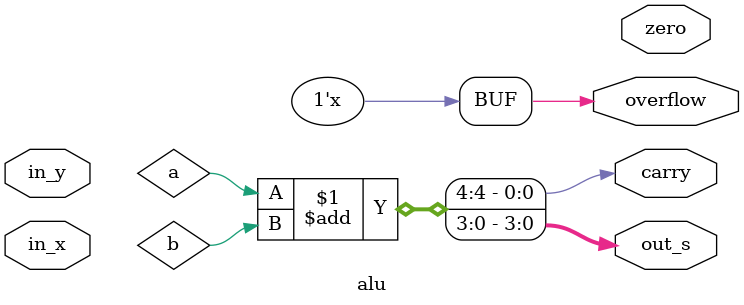
<source format=v>
module alu(
        input [3:0] in_x,
        input [3:0] in_y,
        output reg [3:0] out_s,
        output reg carry,
        output reg zero,
        output reg overflow
    );
    assign {carry, out_s} = a + b;
    assign overflow = (a[3] == b[3] && out_s[3] != a[3]);
endmodule

</source>
